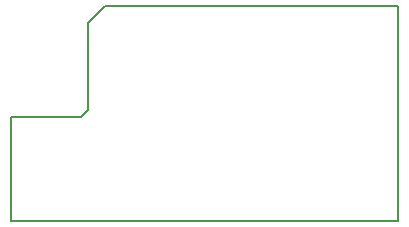
<source format=gbr>
G04 #@! TF.GenerationSoftware,KiCad,Pcbnew,(6.0.0-rc1-dev)*
G04 #@! TF.CreationDate,2018-07-25T09:22:39-05:00*
G04 #@! TF.ProjectId,Flir3,466C6972332E6B696361645F70636200,rev?*
G04 #@! TF.SameCoordinates,Original*
G04 #@! TF.FileFunction,Profile,NP*
%FSLAX46Y46*%
G04 Gerber Fmt 4.6, Leading zero omitted, Abs format (unit mm)*
G04 Created by KiCad (PCBNEW (6.0.0-rc1-dev)) date 07/25/18 09:22:39*
%MOMM*%
%LPD*%
G01*
G04 APERTURE LIST*
%ADD10C,0.150000*%
G04 APERTURE END LIST*
D10*
X121513600Y-118414800D02*
X88696800Y-118414800D01*
X121513600Y-100228400D02*
X121513600Y-118414800D01*
X96672400Y-100228400D02*
X121513600Y-100228400D01*
X95250000Y-101650800D02*
X96672400Y-100228400D01*
X95250000Y-109067600D02*
X95250000Y-101650800D01*
X94691200Y-109626400D02*
X95250000Y-109067600D01*
X88696800Y-109626400D02*
X94691200Y-109626400D01*
X88696800Y-118414800D02*
X88696800Y-109626400D01*
M02*

</source>
